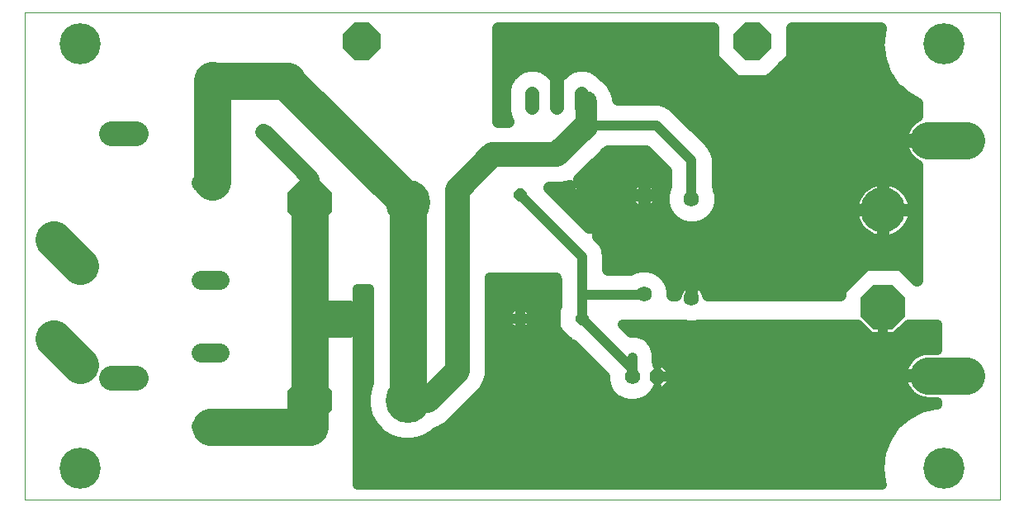
<source format=gtl>
G75*
%MOIN*%
%OFA0B0*%
%FSLAX25Y25*%
%IPPOS*%
%LPD*%
%AMOC8*
5,1,8,0,0,1.08239X$1,22.5*
%
%ADD10C,0.07810*%
%ADD11C,0.10000*%
%ADD12OC8,0.05175*%
%ADD13C,0.01136*%
%ADD14OC8,0.15024*%
%ADD15C,0.00000*%
%ADD16C,0.16598*%
%ADD17C,0.15024*%
%ADD18C,0.06248*%
%ADD19C,0.18100*%
%ADD20OC8,0.18100*%
%ADD21C,0.05680*%
%ADD22OC8,0.06200*%
%ADD23C,0.06200*%
%ADD24C,0.15000*%
%ADD25C,0.08600*%
%ADD26C,0.04000*%
%ADD27C,0.06600*%
%ADD28C,0.05000*%
%ADD29C,0.05600*%
D10*
X0076132Y0037864D02*
X0083942Y0037864D01*
X0083942Y0067392D02*
X0076132Y0067392D01*
X0076132Y0096919D02*
X0083942Y0096919D01*
X0083942Y0136289D02*
X0076132Y0136289D01*
D11*
X0050037Y0155865D02*
X0040037Y0155865D01*
X0179840Y0133337D02*
X0179840Y0060108D01*
X0167871Y0048140D01*
X0159722Y0048140D01*
X0050037Y0057265D02*
X0040037Y0057265D01*
X0179840Y0133337D02*
X0194013Y0147510D01*
X0219997Y0147510D01*
X0231808Y0159321D01*
D12*
X0230037Y0131329D03*
X0205037Y0131329D03*
X0205037Y0081329D03*
X0230037Y0081329D03*
D13*
X0102481Y0154366D02*
X0103049Y0153798D01*
X0101167Y0153798D01*
X0099837Y0155128D01*
X0099837Y0157010D01*
X0101167Y0158340D01*
X0103049Y0158340D01*
X0104379Y0157010D01*
X0104379Y0155128D01*
X0103049Y0153798D01*
X0102696Y0154650D01*
X0101520Y0154650D01*
X0100689Y0155481D01*
X0100689Y0156657D01*
X0101520Y0157488D01*
X0102696Y0157488D01*
X0103527Y0156657D01*
X0103527Y0155481D01*
X0102696Y0154650D01*
X0102343Y0155502D01*
X0101873Y0155502D01*
X0101541Y0155834D01*
X0101541Y0156304D01*
X0101873Y0156636D01*
X0102343Y0156636D01*
X0102675Y0156304D01*
X0102675Y0155834D01*
X0102343Y0155502D01*
X0081267Y0175579D02*
X0081835Y0175011D01*
X0079953Y0175011D01*
X0078623Y0176341D01*
X0078623Y0178223D01*
X0079953Y0179553D01*
X0081835Y0179553D01*
X0083165Y0178223D01*
X0083165Y0176341D01*
X0081835Y0175011D01*
X0081482Y0175863D01*
X0080306Y0175863D01*
X0079475Y0176694D01*
X0079475Y0177870D01*
X0080306Y0178701D01*
X0081482Y0178701D01*
X0082313Y0177870D01*
X0082313Y0176694D01*
X0081482Y0175863D01*
X0081129Y0176715D01*
X0080659Y0176715D01*
X0080327Y0177047D01*
X0080327Y0177517D01*
X0080659Y0177849D01*
X0081129Y0177849D01*
X0081461Y0177517D01*
X0081461Y0177047D01*
X0081129Y0176715D01*
D14*
X0141296Y0193140D03*
X0298777Y0193140D03*
D15*
X0005037Y0204990D02*
X0005037Y0008140D01*
X0398737Y0008140D01*
X0398737Y0204990D01*
X0005037Y0204990D01*
D16*
X0027674Y0192195D03*
X0027674Y0020935D03*
X0376100Y0020935D03*
X0376100Y0192195D03*
D17*
X0370013Y0153140D02*
X0385037Y0153140D01*
X0385037Y0058140D02*
X0370013Y0058140D01*
X0027471Y0062516D02*
X0016848Y0073140D01*
X0027471Y0102516D02*
X0016848Y0113140D01*
D18*
X0255037Y0131053D03*
X0274328Y0129715D03*
X0274328Y0089715D03*
X0255037Y0091053D03*
D19*
X0159722Y0128140D03*
X0159722Y0048140D03*
X0351611Y0125187D03*
D20*
X0351611Y0085817D03*
X0120351Y0048140D03*
X0120351Y0128140D03*
D21*
X0209997Y0166560D02*
X0209997Y0172240D01*
X0219997Y0172240D02*
X0219997Y0166560D01*
X0229997Y0166560D02*
X0229997Y0172240D01*
D22*
X0260430Y0057746D03*
D23*
X0250430Y0057746D03*
D24*
X0159722Y0048140D02*
X0159722Y0128140D01*
X0160005Y0127856D01*
X0159722Y0128140D02*
X0110863Y0176998D01*
X0111068Y0177282D02*
X0081383Y0177282D01*
X0080894Y0177628D02*
X0080894Y0136635D01*
X0120351Y0128770D02*
X0120351Y0128140D01*
X0120351Y0048770D01*
X0120351Y0046919D02*
X0120351Y0039006D01*
X0120351Y0037470D02*
X0080037Y0037470D01*
X0121572Y0081329D02*
X0135391Y0081329D01*
D25*
X0231808Y0159321D02*
X0231808Y0168770D01*
D26*
X0231257Y0168219D01*
X0229997Y0169400D01*
X0231808Y0159321D02*
X0260155Y0159321D01*
X0274328Y0145148D01*
X0274328Y0129715D01*
X0230037Y0106329D02*
X0205037Y0131329D01*
X0230037Y0106329D02*
X0230037Y0090817D01*
X0254800Y0090817D01*
X0255037Y0091053D01*
X0246368Y0079006D02*
X0271678Y0079006D01*
X0272876Y0078685D01*
X0275780Y0078685D01*
X0276977Y0079006D01*
X0341381Y0079006D01*
X0346620Y0073767D01*
X0351611Y0073767D01*
X0351611Y0079006D01*
X0351611Y0079006D01*
X0351611Y0073767D01*
X0356603Y0073767D01*
X0361842Y0079006D01*
X0373540Y0079006D01*
X0373540Y0068652D01*
X0369423Y0068652D01*
X0368249Y0068519D01*
X0367098Y0068257D01*
X0365984Y0067867D01*
X0364920Y0067354D01*
X0363920Y0066726D01*
X0362997Y0065990D01*
X0362162Y0065155D01*
X0361426Y0064232D01*
X0360798Y0063233D01*
X0360286Y0062169D01*
X0359896Y0061054D01*
X0359633Y0059903D01*
X0359520Y0058896D01*
X0373540Y0058896D01*
X0373540Y0057384D01*
X0359520Y0057384D01*
X0359633Y0056376D01*
X0359896Y0055225D01*
X0360286Y0054111D01*
X0360798Y0053047D01*
X0361426Y0052047D01*
X0362162Y0051124D01*
X0362997Y0050289D01*
X0363920Y0049553D01*
X0364920Y0048925D01*
X0365984Y0048413D01*
X0367098Y0048023D01*
X0368249Y0047760D01*
X0369423Y0047628D01*
X0373540Y0047628D01*
X0373540Y0046681D01*
X0372973Y0046681D01*
X0366903Y0045185D01*
X0361367Y0042279D01*
X0356687Y0038133D01*
X0353135Y0032988D01*
X0353135Y0032988D01*
X0350918Y0027142D01*
X0350918Y0027142D01*
X0350164Y0020935D01*
X0350918Y0014728D01*
X0351141Y0014140D01*
X0139682Y0014140D01*
X0139682Y0093179D01*
X0144316Y0093179D01*
X0144316Y0055368D01*
X0143922Y0054684D01*
X0142766Y0050372D01*
X0142766Y0045908D01*
X0143922Y0041595D01*
X0146154Y0037729D01*
X0149311Y0034572D01*
X0153177Y0032340D01*
X0157489Y0031184D01*
X0161954Y0031184D01*
X0166266Y0032340D01*
X0170132Y0034572D01*
X0171243Y0035682D01*
X0172852Y0036114D01*
X0175795Y0037813D01*
X0178198Y0040216D01*
X0190167Y0052184D01*
X0191866Y0055127D01*
X0192745Y0058409D01*
X0192745Y0097904D01*
X0219997Y0097904D01*
X0220131Y0096833D01*
X0220131Y0086262D01*
X0219544Y0085675D01*
X0219544Y0076982D01*
X0225690Y0070836D01*
X0226521Y0070836D01*
X0239425Y0057932D01*
X0239425Y0056297D01*
X0240175Y0053498D01*
X0241624Y0050989D01*
X0243673Y0048939D01*
X0246182Y0047491D01*
X0248981Y0046741D01*
X0251879Y0046741D01*
X0254678Y0047491D01*
X0257188Y0048939D01*
X0259237Y0050989D01*
X0259616Y0051646D01*
X0260430Y0051646D01*
X0260430Y0053055D01*
X0260430Y0053056D01*
X0260430Y0051646D01*
X0262957Y0051646D01*
X0266530Y0055219D01*
X0266530Y0057746D01*
X0261436Y0057746D01*
X0261436Y0057746D01*
X0266530Y0057746D01*
X0266530Y0060273D01*
X0262957Y0063846D01*
X0260430Y0063846D01*
X0260336Y0063846D01*
X0260336Y0067630D01*
X0258828Y0071270D01*
X0256041Y0074057D01*
X0252401Y0075565D01*
X0249809Y0075565D01*
X0246368Y0079006D01*
X0249259Y0076114D02*
X0344273Y0076114D01*
X0351611Y0076114D02*
X0351611Y0076114D01*
X0358950Y0076114D02*
X0373540Y0076114D01*
X0373540Y0072116D02*
X0257982Y0072116D01*
X0260134Y0068117D02*
X0366700Y0068117D01*
X0361355Y0064119D02*
X0260336Y0064119D01*
X0260430Y0063846D02*
X0260430Y0062437D01*
X0260430Y0062436D01*
X0260430Y0063846D01*
X0266530Y0060120D02*
X0359683Y0060120D01*
X0359691Y0056122D02*
X0266530Y0056122D01*
X0263434Y0052123D02*
X0361379Y0052123D01*
X0366807Y0048125D02*
X0255777Y0048125D01*
X0260430Y0052123D02*
X0260430Y0052123D01*
X0250430Y0057746D02*
X0250430Y0060935D01*
X0230037Y0081329D01*
X0230037Y0090817D01*
X0220131Y0092109D02*
X0192745Y0092109D01*
X0192745Y0096107D02*
X0220131Y0096107D01*
X0220131Y0088110D02*
X0192745Y0088110D01*
X0192745Y0084111D02*
X0199917Y0084111D01*
X0199449Y0083643D02*
X0199449Y0081329D01*
X0205036Y0081329D01*
X0205036Y0081329D01*
X0205036Y0086916D01*
X0202722Y0086916D01*
X0199449Y0083643D01*
X0199449Y0081329D02*
X0199449Y0079014D01*
X0202722Y0075741D01*
X0205036Y0075741D01*
X0205036Y0081329D01*
X0205037Y0081329D01*
X0210624Y0081329D01*
X0210624Y0083643D01*
X0207351Y0086916D01*
X0205037Y0086916D01*
X0205037Y0081329D01*
X0205037Y0081329D01*
X0210624Y0081329D01*
X0210624Y0079014D01*
X0207351Y0075741D01*
X0205037Y0075741D01*
X0205037Y0081329D01*
X0205036Y0081329D01*
X0199449Y0081329D01*
X0199449Y0080113D02*
X0192745Y0080113D01*
X0192745Y0076114D02*
X0202349Y0076114D01*
X0205036Y0076114D02*
X0205037Y0076114D01*
X0207724Y0076114D02*
X0220412Y0076114D01*
X0219544Y0080113D02*
X0210624Y0080113D01*
X0205037Y0080113D02*
X0205036Y0080113D01*
X0205036Y0084111D02*
X0205037Y0084111D01*
X0210156Y0084111D02*
X0219544Y0084111D01*
X0224410Y0072116D02*
X0192745Y0072116D01*
X0192745Y0068117D02*
X0229239Y0068117D01*
X0233238Y0064119D02*
X0192745Y0064119D01*
X0192745Y0060120D02*
X0237236Y0060120D01*
X0239472Y0056122D02*
X0192132Y0056122D01*
X0190106Y0052123D02*
X0240968Y0052123D01*
X0245084Y0048125D02*
X0186107Y0048125D01*
X0182109Y0044126D02*
X0364886Y0044126D01*
X0366903Y0045185D02*
X0366903Y0045185D01*
X0361367Y0042279D02*
X0361367Y0042279D01*
X0358938Y0040128D02*
X0178110Y0040128D01*
X0172880Y0036129D02*
X0355304Y0036129D01*
X0356687Y0038133D02*
X0356687Y0038133D01*
X0352810Y0032131D02*
X0165486Y0032131D01*
X0153957Y0032131D02*
X0139682Y0032131D01*
X0139682Y0036129D02*
X0147753Y0036129D01*
X0144769Y0040128D02*
X0139682Y0040128D01*
X0139682Y0044126D02*
X0143243Y0044126D01*
X0142766Y0048125D02*
X0139682Y0048125D01*
X0139682Y0052123D02*
X0143235Y0052123D01*
X0144316Y0056122D02*
X0139682Y0056122D01*
X0139682Y0060120D02*
X0144316Y0060120D01*
X0144316Y0064119D02*
X0139682Y0064119D01*
X0139682Y0068117D02*
X0144316Y0068117D01*
X0144316Y0072116D02*
X0139682Y0072116D01*
X0139682Y0076114D02*
X0144316Y0076114D01*
X0144316Y0080113D02*
X0139682Y0080113D01*
X0139682Y0084111D02*
X0144316Y0084111D01*
X0144316Y0088110D02*
X0139682Y0088110D01*
X0139682Y0092109D02*
X0144316Y0092109D01*
X0121572Y0081329D02*
X0121572Y0049360D01*
X0120351Y0048140D01*
X0120351Y0039006D02*
X0119210Y0037864D01*
X0080037Y0037864D01*
X0080037Y0037470D01*
X0139682Y0028132D02*
X0351294Y0028132D01*
X0350553Y0024134D02*
X0139682Y0024134D01*
X0139682Y0020135D02*
X0350262Y0020135D01*
X0350164Y0020935D02*
X0350164Y0020935D01*
X0350747Y0016137D02*
X0139682Y0016137D01*
X0250430Y0060935D02*
X0250430Y0065659D01*
X0350918Y0014728D02*
X0350918Y0014728D01*
X0080894Y0137147D02*
X0080037Y0136289D01*
X0080894Y0137147D02*
X0080894Y0177628D01*
D27*
X0081383Y0177282D02*
X0110579Y0177282D01*
X0110863Y0176998D01*
X0101651Y0156526D02*
X0102108Y0156069D01*
X0120785Y0137392D01*
X0120785Y0126250D01*
X0119895Y0138282D02*
X0102108Y0156069D01*
X0219997Y0190030D02*
X0255037Y0190030D01*
D28*
X0239610Y0178937D02*
X0238649Y0179491D01*
X0236902Y0181238D01*
X0234338Y0182719D01*
X0231478Y0183485D01*
X0228517Y0183485D01*
X0225657Y0182719D01*
X0223092Y0181238D01*
X0220998Y0179145D01*
X0220658Y0178554D01*
X0220496Y0178580D01*
X0219997Y0178580D01*
X0219498Y0178580D01*
X0219337Y0178554D01*
X0218996Y0179145D01*
X0216902Y0181238D01*
X0214338Y0182719D01*
X0211478Y0183485D01*
X0208517Y0183485D01*
X0205657Y0182719D01*
X0203092Y0181238D01*
X0200998Y0179145D01*
X0199518Y0176580D01*
X0198752Y0173720D01*
X0198752Y0165079D01*
X0199518Y0162219D01*
X0200271Y0160915D01*
X0196296Y0160915D01*
X0196296Y0198490D01*
X0282859Y0198490D01*
X0282859Y0186547D01*
X0292184Y0177222D01*
X0305370Y0177222D01*
X0314694Y0186547D01*
X0314694Y0198490D01*
X0350429Y0198490D01*
X0349664Y0192195D01*
X0350433Y0185869D01*
X0352692Y0179910D01*
X0356313Y0174665D01*
X0361083Y0170439D01*
X0365351Y0168199D01*
X0365351Y0163117D01*
X0364678Y0162793D01*
X0363631Y0162135D01*
X0362664Y0161364D01*
X0361789Y0160489D01*
X0361018Y0159522D01*
X0360360Y0158475D01*
X0359823Y0157360D01*
X0359415Y0156193D01*
X0359140Y0154987D01*
X0359001Y0153758D01*
X0359001Y0153396D01*
X0365351Y0153396D01*
X0365351Y0152884D01*
X0359001Y0152884D01*
X0359001Y0152521D01*
X0359140Y0151292D01*
X0359415Y0150086D01*
X0359823Y0148919D01*
X0360360Y0147805D01*
X0361018Y0146758D01*
X0361789Y0145791D01*
X0362664Y0144916D01*
X0363631Y0144145D01*
X0364678Y0143487D01*
X0365351Y0143162D01*
X0365351Y0096763D01*
X0358842Y0103272D01*
X0344381Y0103272D01*
X0334156Y0093047D01*
X0334156Y0090817D01*
X0280864Y0090817D01*
X0280839Y0091010D01*
X0280614Y0091848D01*
X0280281Y0092651D01*
X0279847Y0093403D01*
X0279319Y0094091D01*
X0278705Y0094705D01*
X0278016Y0095234D01*
X0277264Y0095668D01*
X0276462Y0096000D01*
X0275623Y0096225D01*
X0274762Y0096339D01*
X0274328Y0096339D01*
X0274328Y0090817D01*
X0274328Y0090817D01*
X0274328Y0096339D01*
X0273894Y0096339D01*
X0273033Y0096225D01*
X0272194Y0096000D01*
X0271392Y0095668D01*
X0270640Y0095234D01*
X0269951Y0094705D01*
X0269337Y0094091D01*
X0268808Y0093403D01*
X0268374Y0092651D01*
X0268042Y0091848D01*
X0267817Y0091010D01*
X0267792Y0090817D01*
X0266566Y0090817D01*
X0266566Y0092571D01*
X0265780Y0095503D01*
X0264262Y0098132D01*
X0262116Y0100279D01*
X0259487Y0101797D01*
X0256554Y0102583D01*
X0253519Y0102583D01*
X0250586Y0101797D01*
X0249591Y0101222D01*
X0240442Y0101222D01*
X0240442Y0107699D01*
X0239733Y0110345D01*
X0238363Y0112718D01*
X0236533Y0114548D01*
X0236533Y0118140D01*
X0232941Y0118140D01*
X0216977Y0134104D01*
X0218232Y0134104D01*
X0221762Y0134104D01*
X0225097Y0134998D01*
X0223949Y0133850D01*
X0223949Y0131329D01*
X0230036Y0131329D01*
X0230036Y0131329D01*
X0230036Y0137416D01*
X0228862Y0137416D01*
X0240361Y0148915D01*
X0255845Y0148915D01*
X0263922Y0140838D01*
X0263922Y0134751D01*
X0263584Y0134165D01*
X0262798Y0131232D01*
X0262798Y0128197D01*
X0263584Y0125264D01*
X0265102Y0122635D01*
X0267249Y0120489D01*
X0269878Y0118971D01*
X0272810Y0118185D01*
X0275846Y0118185D01*
X0278778Y0118971D01*
X0281407Y0120489D01*
X0283554Y0122635D01*
X0285072Y0125264D01*
X0285857Y0128197D01*
X0285857Y0131232D01*
X0285072Y0134165D01*
X0284733Y0134751D01*
X0284733Y0146518D01*
X0284024Y0149164D01*
X0282654Y0151537D01*
X0280717Y0153474D01*
X0266544Y0167647D01*
X0264171Y0169017D01*
X0261525Y0169726D01*
X0244514Y0169726D01*
X0244514Y0170442D01*
X0243648Y0173674D01*
X0241975Y0176571D01*
X0239610Y0178937D01*
X0240457Y0178089D02*
X0291317Y0178089D01*
X0286318Y0183088D02*
X0232961Y0183088D01*
X0227033Y0183088D02*
X0212961Y0183088D01*
X0207033Y0183088D02*
X0196296Y0183088D01*
X0196296Y0178089D02*
X0200389Y0178089D01*
X0198752Y0173091D02*
X0196296Y0173091D01*
X0196296Y0168092D02*
X0198752Y0168092D01*
X0199284Y0163094D02*
X0196296Y0163094D01*
X0219997Y0177410D02*
X0219997Y0177410D01*
X0219997Y0177410D01*
X0219997Y0178580D01*
X0219997Y0177410D01*
X0219997Y0178089D02*
X0219997Y0178089D01*
X0243804Y0173091D02*
X0358090Y0173091D01*
X0356313Y0174665D02*
X0356313Y0174665D01*
X0356313Y0174665D01*
X0353949Y0178089D02*
X0306237Y0178089D01*
X0311235Y0183088D02*
X0351487Y0183088D01*
X0352692Y0179910D02*
X0352692Y0179910D01*
X0350433Y0185869D02*
X0350433Y0185869D01*
X0350163Y0188086D02*
X0314694Y0188086D01*
X0314694Y0193085D02*
X0349773Y0193085D01*
X0349664Y0192195D02*
X0349664Y0192195D01*
X0350379Y0198083D02*
X0314694Y0198083D01*
X0282859Y0198083D02*
X0196296Y0198083D01*
X0196296Y0193085D02*
X0282859Y0193085D01*
X0282859Y0188086D02*
X0196296Y0188086D01*
X0265773Y0168092D02*
X0365351Y0168092D01*
X0361083Y0170439D02*
X0361083Y0170439D01*
X0365303Y0163094D02*
X0271097Y0163094D01*
X0276096Y0158095D02*
X0360177Y0158095D01*
X0365351Y0153097D02*
X0281095Y0153097D01*
X0284310Y0148098D02*
X0360219Y0148098D01*
X0365351Y0143100D02*
X0284733Y0143100D01*
X0284733Y0138101D02*
X0365351Y0138101D01*
X0360921Y0133625D02*
X0360050Y0134497D01*
X0359096Y0135279D01*
X0358071Y0135964D01*
X0356984Y0136546D01*
X0355844Y0137018D01*
X0354664Y0137376D01*
X0353455Y0137616D01*
X0352228Y0137737D01*
X0351611Y0137737D01*
X0350995Y0137737D01*
X0349768Y0137616D01*
X0348558Y0137376D01*
X0347378Y0137018D01*
X0346239Y0136546D01*
X0345152Y0135964D01*
X0344126Y0135279D01*
X0343173Y0134497D01*
X0342301Y0133625D01*
X0341519Y0132672D01*
X0340834Y0131647D01*
X0340253Y0130559D01*
X0339781Y0129420D01*
X0339423Y0128240D01*
X0339182Y0127031D01*
X0339061Y0125804D01*
X0339061Y0125187D01*
X0339061Y0124570D01*
X0339182Y0123343D01*
X0339423Y0122134D01*
X0339781Y0120954D01*
X0340253Y0119815D01*
X0340834Y0118727D01*
X0341519Y0117702D01*
X0342301Y0116749D01*
X0343173Y0115877D01*
X0344126Y0115095D01*
X0345152Y0114410D01*
X0346239Y0113828D01*
X0347378Y0113356D01*
X0348558Y0112998D01*
X0349768Y0112758D01*
X0350995Y0112637D01*
X0351611Y0112637D01*
X0351611Y0125187D01*
X0339061Y0125187D01*
X0351611Y0125187D01*
X0351611Y0125187D01*
X0351611Y0137737D01*
X0351611Y0125187D01*
X0351611Y0125187D01*
X0351611Y0125187D01*
X0351611Y0112637D01*
X0352228Y0112637D01*
X0353455Y0112758D01*
X0354664Y0112998D01*
X0355844Y0113356D01*
X0356984Y0113828D01*
X0358071Y0114410D01*
X0359096Y0115095D01*
X0360050Y0115877D01*
X0360921Y0116749D01*
X0361704Y0117702D01*
X0362389Y0118727D01*
X0362970Y0119815D01*
X0363442Y0120954D01*
X0363800Y0122134D01*
X0364040Y0123343D01*
X0364161Y0124570D01*
X0364161Y0125187D01*
X0364161Y0125804D01*
X0364040Y0127031D01*
X0363800Y0128240D01*
X0363442Y0129420D01*
X0362970Y0130559D01*
X0362389Y0131647D01*
X0361704Y0132672D01*
X0360921Y0133625D01*
X0361350Y0133103D02*
X0365351Y0133103D01*
X0365351Y0128104D02*
X0363827Y0128104D01*
X0364161Y0125187D02*
X0351611Y0125187D01*
X0351611Y0125187D01*
X0364161Y0125187D01*
X0363993Y0123106D02*
X0365351Y0123106D01*
X0365351Y0118107D02*
X0361974Y0118107D01*
X0365351Y0113109D02*
X0355027Y0113109D01*
X0351611Y0113109D02*
X0351611Y0113109D01*
X0348195Y0113109D02*
X0237972Y0113109D01*
X0236533Y0118107D02*
X0341248Y0118107D01*
X0339229Y0123106D02*
X0283825Y0123106D01*
X0285833Y0128104D02*
X0339396Y0128104D01*
X0341872Y0133103D02*
X0285356Y0133103D01*
X0263922Y0138101D02*
X0229547Y0138101D01*
X0230037Y0137416D02*
X0230037Y0131329D01*
X0236124Y0131329D01*
X0236124Y0133850D01*
X0232558Y0137416D01*
X0230037Y0137416D01*
X0230036Y0133103D02*
X0230037Y0133103D01*
X0230037Y0131329D02*
X0230036Y0131329D01*
X0223949Y0131329D01*
X0223949Y0128807D01*
X0227515Y0125241D01*
X0230036Y0125241D01*
X0230036Y0131329D01*
X0230037Y0131329D01*
X0230037Y0131329D01*
X0236124Y0131329D01*
X0236124Y0128807D01*
X0232558Y0125241D01*
X0230037Y0125241D01*
X0230037Y0131329D01*
X0230036Y0128104D02*
X0230037Y0128104D01*
X0235421Y0128104D02*
X0249090Y0128104D01*
X0249083Y0128117D02*
X0249517Y0127365D01*
X0250046Y0126676D01*
X0250660Y0126062D01*
X0251349Y0125534D01*
X0252101Y0125100D01*
X0252903Y0124767D01*
X0253741Y0124542D01*
X0254602Y0124429D01*
X0255036Y0124429D01*
X0255036Y0131053D01*
X0248413Y0131053D01*
X0248413Y0130619D01*
X0248526Y0129758D01*
X0248751Y0128919D01*
X0249083Y0128117D01*
X0248413Y0131053D02*
X0255036Y0131053D01*
X0255036Y0131053D01*
X0255037Y0131053D01*
X0255037Y0131053D01*
X0261661Y0131053D01*
X0261661Y0130619D01*
X0261547Y0129758D01*
X0261322Y0128919D01*
X0260990Y0128117D01*
X0260556Y0127365D01*
X0260027Y0126676D01*
X0259413Y0126062D01*
X0258725Y0125534D01*
X0257973Y0125100D01*
X0257170Y0124767D01*
X0256332Y0124542D01*
X0255471Y0124429D01*
X0255037Y0124429D01*
X0255037Y0131053D01*
X0261661Y0131053D01*
X0261661Y0131487D01*
X0261547Y0132348D01*
X0261322Y0133187D01*
X0260990Y0133989D01*
X0260556Y0134741D01*
X0260027Y0135430D01*
X0259413Y0136044D01*
X0258725Y0136573D01*
X0257973Y0137007D01*
X0257170Y0137339D01*
X0256332Y0137564D01*
X0255471Y0137677D01*
X0255037Y0137677D01*
X0255037Y0131053D01*
X0255036Y0131053D01*
X0255036Y0137677D01*
X0254602Y0137677D01*
X0253741Y0137564D01*
X0252903Y0137339D01*
X0252101Y0137007D01*
X0251349Y0136573D01*
X0250660Y0136044D01*
X0250046Y0135430D01*
X0249517Y0134741D01*
X0249083Y0133989D01*
X0248751Y0133187D01*
X0248526Y0132348D01*
X0248413Y0131487D01*
X0248413Y0131053D01*
X0248728Y0133103D02*
X0236124Y0133103D01*
X0223949Y0133103D02*
X0217978Y0133103D01*
X0222977Y0128104D02*
X0224652Y0128104D01*
X0227975Y0123106D02*
X0264830Y0123106D01*
X0262823Y0128104D02*
X0260983Y0128104D01*
X0255037Y0128104D02*
X0255036Y0128104D01*
X0255036Y0133103D02*
X0255037Y0133103D01*
X0261345Y0133103D02*
X0263299Y0133103D01*
X0261660Y0143100D02*
X0234545Y0143100D01*
X0239544Y0148098D02*
X0256662Y0148098D01*
X0240332Y0108110D02*
X0365351Y0108110D01*
X0365351Y0103111D02*
X0359003Y0103111D01*
X0364001Y0098113D02*
X0365351Y0098113D01*
X0344220Y0103111D02*
X0240442Y0103111D01*
X0264274Y0098113D02*
X0339222Y0098113D01*
X0334223Y0093114D02*
X0280014Y0093114D01*
X0274328Y0093114D02*
X0274328Y0093114D01*
X0268642Y0093114D02*
X0266420Y0093114D01*
X0351611Y0118107D02*
X0351611Y0118107D01*
X0351611Y0123106D02*
X0351611Y0123106D01*
X0351611Y0128104D02*
X0351611Y0128104D01*
X0351611Y0133103D02*
X0351611Y0133103D01*
D29*
X0219997Y0169400D02*
X0219997Y0190030D01*
M02*

</source>
